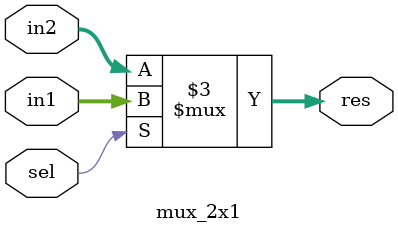
<source format=v>
`timescale 1ns / 1ps

module mux_2x1 (
    input [31:0] in1,in2,
    input sel,
    output reg [31:0] res
);
    
    always @(sel) begin
        if(sel)
            res=in1;
        else
            res=in2;
    end
endmodule

</source>
